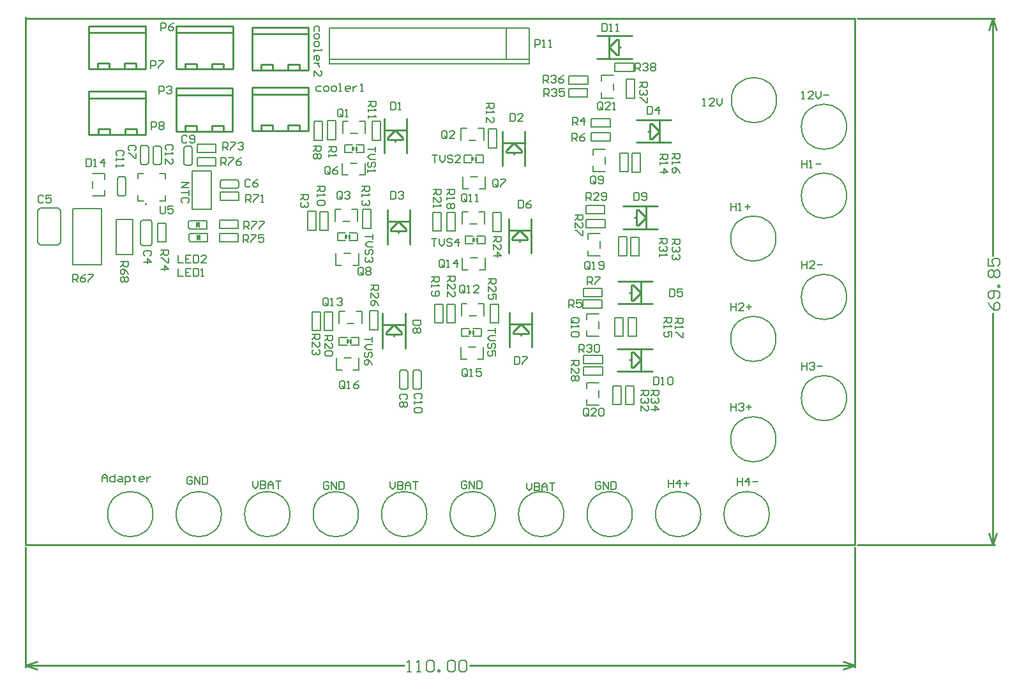
<source format=gto>
%FSLAX25Y25*%
%MOIN*%
G70*
G01*
G75*
%ADD10C,0.01000*%
%ADD11C,0.00800*%
%ADD12C,0.02000*%
%ADD13C,0.01500*%
%ADD14R,0.07874X0.09843*%
%ADD15R,0.03937X0.02362*%
%ADD16R,0.02756X0.03347*%
%ADD17R,0.03347X0.02756*%
%ADD18R,0.02362X0.03937*%
%ADD19R,0.09843X0.07874*%
%ADD20R,0.03150X0.03000*%
%ADD21R,0.01102X0.02618*%
%ADD22R,0.02618X0.01102*%
%ADD23R,0.08425X0.08425*%
%ADD24R,0.05118X0.03937*%
%ADD25R,0.07087X0.03937*%
%ADD26R,0.13780X0.04724*%
%ADD27R,0.10630X0.03937*%
%ADD28C,0.04000*%
%ADD29R,0.10400X0.19500*%
%ADD30R,0.29800X0.09500*%
%ADD31R,0.09700X0.12600*%
%ADD32R,0.21700X0.08200*%
%ADD33R,0.14400X0.15700*%
%ADD34R,0.31850X0.07800*%
%ADD35R,0.22100X0.07800*%
%ADD36R,0.09250X0.32500*%
%ADD37R,0.35100X0.09500*%
%ADD38R,0.13950X0.24700*%
%ADD39R,0.15400X0.30700*%
%ADD40R,0.11100X0.37200*%
%ADD41R,0.43600X0.19500*%
%ADD42R,0.55200X0.21700*%
%ADD43R,0.28700X0.30200*%
%ADD44R,0.23100X0.37800*%
%ADD45R,0.46700X0.47800*%
%ADD46R,0.48000X1.67000*%
%ADD47R,0.40000X0.63500*%
%ADD48R,2.47000X0.34000*%
%ADD49R,0.27000X0.39600*%
%ADD50R,0.32000X0.43000*%
%ADD51R,0.28000X0.46000*%
%ADD52C,0.00600*%
%ADD53C,0.05906*%
%ADD54R,0.05906X0.05906*%
%ADD55R,0.04724X0.06299*%
%ADD56O,0.04724X0.06299*%
%ADD57C,0.23622*%
%ADD58R,0.05906X0.05906*%
%ADD59C,0.19685*%
%ADD60C,0.03000*%
%ADD61C,0.02000*%
%ADD62C,0.05500*%
%ADD63R,0.03000X0.04000*%
%ADD64R,0.04000X0.03000*%
%ADD65R,0.04331X0.04724*%
%ADD66R,0.12992X0.09843*%
%ADD67R,0.03543X0.02126*%
%ADD68R,0.01969X0.06299*%
%ADD69R,0.14410X0.07874*%
%ADD70R,0.14410X0.09843*%
%ADD71R,0.05118X0.13780*%
%ADD72R,0.04724X0.13780*%
%ADD73R,0.13386X0.19291*%
%ADD74R,0.05512X0.05512*%
%ADD75R,0.09843X0.14410*%
%ADD76R,0.07874X0.14410*%
%ADD77R,0.06299X0.01969*%
%ADD78R,0.02126X0.03543*%
%ADD79R,0.14016X0.07008*%
%ADD80R,0.23900X0.07400*%
%ADD81R,0.06600X0.29900*%
%ADD82R,0.31161X0.10375*%
%ADD83R,0.10100X0.35200*%
%ADD84R,0.32275X0.09409*%
%ADD85R,0.13400X0.33200*%
%ADD86R,0.09200X0.34200*%
%ADD87R,0.31475X0.09309*%
%ADD88R,0.36300X0.11700*%
%ADD89R,0.07800X0.28400*%
%ADD90R,0.34500X0.09900*%
%ADD91R,0.06800X0.25700*%
%ADD92R,0.33050X0.09400*%
%ADD93R,0.08800X0.24200*%
%ADD94R,0.35000X0.11700*%
%ADD95R,0.13000X0.24000*%
%ADD96R,0.32000X2.10000*%
%ADD97R,0.15000X0.04000*%
%ADD98R,0.15000X0.03000*%
%ADD99R,0.65000X0.49000*%
%ADD100R,0.10000X0.48000*%
%ADD101R,0.85000X0.08000*%
%ADD102R,0.38000X0.18000*%
%ADD103R,0.16000X0.49000*%
%ADD104R,0.32000X0.47000*%
%ADD105R,0.03000X0.08000*%
%ADD106C,0.00500*%
%ADD107C,0.00591*%
%ADD108C,0.00787*%
D10*
X33136Y267500D02*
X62664D01*
X33136Y248551D02*
X62664D01*
Y270992D01*
X33136D02*
X62467D01*
X33136Y248551D02*
Y270992D01*
X37900Y248925D02*
Y251425D01*
X43900D01*
X43900Y248925D01*
X51900D02*
Y251425D01*
X57900D01*
X57900Y248925D01*
X33236Y233300D02*
X62764D01*
X33236Y214351D02*
X62764D01*
Y236792D01*
X33236D02*
X62567D01*
X33236Y214351D02*
Y236792D01*
X38000Y214725D02*
Y217225D01*
X44000D01*
X44000Y214725D01*
X52000D02*
Y217225D01*
X58000D01*
X58000Y214725D01*
X78736Y267400D02*
X108264D01*
X78736Y248451D02*
X108264D01*
Y270892D01*
X78736D02*
X108067D01*
X78736Y248451D02*
Y270892D01*
X83500Y248825D02*
Y251325D01*
X89500D01*
X89500Y248825D01*
X97500D02*
Y251325D01*
X103500D01*
X103500Y248825D01*
X78636Y234900D02*
X108164D01*
X78636Y215951D02*
X108164D01*
Y238392D01*
X78636D02*
X107967D01*
X78636Y215951D02*
Y238392D01*
X83400Y216325D02*
Y218825D01*
X89400D01*
X89400Y216325D01*
X97400D02*
Y218825D01*
X103400D01*
X103400Y216325D01*
X118336Y266800D02*
X147864D01*
X118336Y247851D02*
X147864D01*
Y270292D01*
X118336D02*
X147667D01*
X118336Y247851D02*
Y270292D01*
X123100Y248225D02*
Y250725D01*
X129100D01*
X129100Y248225D01*
X137100D02*
Y250725D01*
X143100D01*
X143100Y248225D01*
X143100Y219125D02*
X143100Y216625D01*
X137100Y219125D02*
X143100D01*
X137100Y216625D02*
Y219125D01*
X129100D02*
X129100Y216625D01*
X123100Y219125D02*
X129100D01*
X123100Y216625D02*
Y219125D01*
X118336Y216251D02*
Y238692D01*
X147667D01*
X147864Y216251D02*
Y238692D01*
X118336Y216251D02*
X147864D01*
X118336Y235200D02*
X147864D01*
X309600Y259900D02*
X310600D01*
X309600Y255900D02*
Y263900D01*
X308600D02*
X309600D01*
X304600Y259900D02*
X308600Y263900D01*
X304600Y259900D02*
X308600Y255900D01*
X309600D01*
X298545Y265806D02*
X316655D01*
X298545Y253994D02*
X316655D01*
X304600Y254100D02*
Y265900D01*
X325200Y216000D02*
X326200D01*
X326200Y212000D02*
Y220000D01*
Y212000D02*
X327200D01*
X331200Y216000D01*
X327200Y220000D02*
X331200Y216000D01*
X326200Y220000D02*
X327200D01*
X319145Y210094D02*
X337255D01*
X319145Y221905D02*
X337255D01*
X331200Y210000D02*
Y221800D01*
X318200Y170900D02*
X319200D01*
X319200Y166900D02*
Y174900D01*
Y166900D02*
X320200D01*
X324200Y170900D01*
X320200Y174900D02*
X324200Y170900D01*
X319200Y174900D02*
X320200D01*
X312145Y164995D02*
X330255D01*
X312145Y176805D02*
X330255D01*
X324200Y164900D02*
Y176700D01*
X315400Y131600D02*
X316400D01*
X316400Y127600D02*
Y135600D01*
Y127600D02*
X317400D01*
X321400Y131600D01*
X317400Y135600D02*
X321400Y131600D01*
X316400Y135600D02*
X317400D01*
X309345Y125695D02*
X327455D01*
X309345Y137505D02*
X327455D01*
X321400Y125600D02*
Y137400D01*
X315300Y96400D02*
X316300D01*
X316300Y92400D02*
Y100400D01*
Y92400D02*
X317300D01*
X321300Y96400D01*
X317300Y100400D02*
X321300Y96400D01*
X316300Y100400D02*
X317300D01*
X309245Y90495D02*
X327355D01*
X309245Y102305D02*
X327355D01*
X321300Y90400D02*
Y102200D01*
X255000Y203900D02*
Y204900D01*
X251000Y204900D02*
X259000D01*
Y205900D01*
X255000Y209900D02*
X259000Y205900D01*
X251000D02*
X255000Y209900D01*
X251000Y204900D02*
Y205900D01*
X260906Y197845D02*
Y215955D01*
X249095Y197845D02*
Y215955D01*
X249200Y209900D02*
X261000D01*
X235000Y200500D02*
Y202500D01*
X258200Y158100D02*
Y159100D01*
X254200Y159100D02*
X262200D01*
Y160100D01*
X258200Y164100D02*
X262200Y160100D01*
X254200D02*
X258200Y164100D01*
X254200Y159100D02*
Y160100D01*
X264106Y152045D02*
Y170155D01*
X252294Y152045D02*
Y170155D01*
X252400Y164100D02*
X264200D01*
X235800Y158200D02*
Y160200D01*
X258600Y109100D02*
Y110100D01*
X254600Y110100D02*
X262600D01*
Y111100D01*
X258600Y115100D02*
X262600Y111100D01*
X254600D02*
X258600Y115100D01*
X254600Y110100D02*
Y111100D01*
X264506Y103045D02*
Y121155D01*
X252695Y103045D02*
Y121155D01*
X252800Y115100D02*
X264600D01*
X233800Y109900D02*
Y111900D01*
X192500Y108700D02*
Y109700D01*
X188500Y109700D02*
X196500D01*
Y110700D01*
X192500Y114700D02*
X196500Y110700D01*
X188500D02*
X192500Y114700D01*
X188500Y109700D02*
Y110700D01*
X198406Y102645D02*
Y120755D01*
X186594Y102645D02*
Y120755D01*
X186700Y114700D02*
X198500D01*
X169900Y105100D02*
Y107100D01*
X194900Y162800D02*
Y163800D01*
X190900Y163800D02*
X198900D01*
Y164800D01*
X194900Y168800D02*
X198900Y164800D01*
X190900D02*
X194900Y168800D01*
X190900Y163800D02*
Y164800D01*
X200805Y156745D02*
Y174855D01*
X188995Y156745D02*
Y174855D01*
X189100Y168800D02*
X200900D01*
X169100Y160000D02*
Y162000D01*
X187400Y216600D02*
X199200D01*
X187294Y204545D02*
Y222655D01*
X199106Y204545D02*
Y222655D01*
X189200Y211600D02*
Y212600D01*
X193200Y216600D01*
X197200Y212600D01*
Y211600D02*
Y212600D01*
X189200Y211600D02*
X197200D01*
X193200Y210600D02*
Y211600D01*
X172700Y206000D02*
Y208000D01*
X433071Y-64000D02*
Y-1500D01*
X0Y-64000D02*
Y-1500D01*
X232030Y-63000D02*
X433071D01*
X0D02*
X197840D01*
X427071Y-61000D02*
X433071Y-63000D01*
X427071Y-65000D02*
X433071Y-63000D01*
X0D02*
X6000Y-65000D01*
X0Y-63000D02*
X6000Y-61000D01*
X434571Y0D02*
X506000D01*
X434571Y275000D02*
X506000D01*
X505000Y0D02*
Y120804D01*
Y150996D02*
Y275000D01*
Y0D02*
X507000Y6000D01*
X503000D02*
X505000Y0D01*
X503000Y269000D02*
X505000Y275000D01*
X507000Y269000D01*
X433071Y0D02*
Y275000D01*
X0Y0D02*
X433071D01*
X0Y275000D02*
X433071D01*
X0Y0D02*
Y275590D01*
D52*
X58710Y191054D02*
Y193990D01*
X61646D01*
X73090Y191054D02*
Y193990D01*
X70154D02*
X73090D01*
X58710Y179610D02*
Y182546D01*
Y179610D02*
X61646D01*
X73090D02*
Y182546D01*
X70154Y179610D02*
X73090D01*
X199441Y-66599D02*
X201440D01*
X200440D01*
Y-60601D01*
X199441Y-61601D01*
X204439Y-66599D02*
X206438D01*
X205438D01*
Y-60601D01*
X204439Y-61601D01*
X209437D02*
X210437Y-60601D01*
X212436D01*
X213436Y-61601D01*
Y-65599D01*
X212436Y-66599D01*
X210437D01*
X209437Y-65599D01*
Y-61601D01*
X215435Y-66599D02*
Y-65599D01*
X216435D01*
Y-66599D01*
X215435D01*
X220434Y-61601D02*
X221433Y-60601D01*
X223433D01*
X224432Y-61601D01*
Y-65599D01*
X223433Y-66599D01*
X221433D01*
X220434Y-65599D01*
Y-61601D01*
X226432D02*
X227431Y-60601D01*
X229431D01*
X230430Y-61601D01*
Y-65599D01*
X229431Y-66599D01*
X227431D01*
X226432Y-65599D01*
Y-61601D01*
X502601Y126403D02*
X503601Y124404D01*
X505600Y122404D01*
X507599D01*
X508599Y123404D01*
Y125403D01*
X507599Y126403D01*
X506600D01*
X505600Y125403D01*
Y122404D01*
X507599Y128402D02*
X508599Y129402D01*
Y131401D01*
X507599Y132401D01*
X503601D01*
X502601Y131401D01*
Y129402D01*
X503601Y128402D01*
X504600D01*
X505600Y129402D01*
Y132401D01*
X508599Y134400D02*
X507599D01*
Y135400D01*
X508599D01*
Y134400D01*
X503601Y139399D02*
X502601Y140399D01*
Y142398D01*
X503601Y143398D01*
X504600D01*
X505600Y142398D01*
X506600Y143398D01*
X507599D01*
X508599Y142398D01*
Y140399D01*
X507599Y139399D01*
X506600D01*
X505600Y140399D01*
X504600Y139399D01*
X503601D01*
X505600Y140399D02*
Y142398D01*
X502601Y149396D02*
Y145397D01*
X505600D01*
X504600Y147396D01*
Y148396D01*
X505600Y149396D01*
X507599D01*
X508599Y148396D01*
Y146397D01*
X507599Y145397D01*
D106*
X66611Y15900D02*
G03*
X66611Y15900I-11811J0D01*
G01*
X102367D02*
G03*
X102367Y15900I-11811J0D01*
G01*
X138122D02*
G03*
X138122Y15900I-11811J0D01*
G01*
X173878D02*
G03*
X173878Y15900I-11811J0D01*
G01*
X209633D02*
G03*
X209633Y15900I-11811J0D01*
G01*
X245389D02*
G03*
X245389Y15900I-11811J0D01*
G01*
X281144D02*
G03*
X281144Y15900I-11811J0D01*
G01*
X316900D02*
G03*
X316900Y15900I-11811J0D01*
G01*
X352655D02*
G03*
X352655Y15900I-11811J0D01*
G01*
X388411D02*
G03*
X388411Y15900I-11811J0D01*
G01*
X392211Y232200D02*
G03*
X392211Y232200I-11811J0D01*
G01*
X391911Y55000D02*
G03*
X391911Y55000I-11811J0D01*
G01*
Y159867D02*
G03*
X391911Y159867I-11811J0D01*
G01*
X428811Y76500D02*
G03*
X428811Y76500I-11811J0D01*
G01*
Y182300D02*
G03*
X428811Y182300I-11811J0D01*
G01*
X391911Y107433D02*
G03*
X391911Y107433I-11811J0D01*
G01*
X428811Y129400D02*
G03*
X428811Y129400I-11811J0D01*
G01*
Y218300D02*
G03*
X428811Y218300I-11811J0D01*
G01*
X158700Y251116D02*
Y270014D01*
X250963Y253676D02*
Y270014D01*
X158700Y253676D02*
X262971D01*
X158700Y251116D02*
X262971D01*
Y270014D01*
X158700D02*
X262971D01*
X300832Y233231D02*
X307132D01*
X300832Y245042D02*
X307132D01*
Y237365D02*
Y240909D01*
X300832Y233231D02*
Y236184D01*
Y242090D02*
Y245042D01*
X307826Y247335D02*
X317669D01*
X307826Y251665D02*
X317669D01*
Y247335D02*
Y251665D01*
X307826Y247335D02*
Y251665D01*
X313835Y233231D02*
Y243074D01*
X318165Y233231D02*
Y243074D01*
X313835Y233231D02*
X318165D01*
X313835Y243074D02*
X318165D01*
X283926Y240435D02*
X293769D01*
X283926Y244765D02*
X293769D01*
Y240435D02*
Y244765D01*
X283926Y240435D02*
Y244765D01*
X283726Y233735D02*
X293568D01*
X283726Y238065D02*
X293568D01*
Y233735D02*
Y238065D01*
X283726Y233735D02*
Y238065D01*
X310535Y194832D02*
Y204674D01*
X314865Y194832D02*
Y204674D01*
X310535Y194832D02*
X314865D01*
X310535Y204674D02*
X314865D01*
X320965Y194626D02*
Y204468D01*
X316635Y194626D02*
Y204468D01*
X320965D01*
X316635Y194626D02*
X320965D01*
X295431Y222365D02*
X305274D01*
X295431Y218035D02*
X305274D01*
X295431D02*
Y222365D01*
X305274Y218035D02*
Y222365D01*
X295532Y215065D02*
X305374D01*
X295532Y210735D02*
X305374D01*
X295532D02*
Y215065D01*
X305374Y210735D02*
Y215065D01*
X296532Y194832D02*
X302832D01*
X296532Y206643D02*
X302832D01*
Y198965D02*
Y202509D01*
X296532Y194832D02*
Y197784D01*
Y203690D02*
Y206643D01*
X320565Y150726D02*
Y160568D01*
X316235Y150726D02*
Y160568D01*
X320565D01*
X316235Y150726D02*
X320565D01*
X309835Y150932D02*
Y160774D01*
X314165Y150932D02*
Y160774D01*
X309835Y150932D02*
X314165D01*
X309835Y160774D02*
X314165D01*
X292731Y177165D02*
X302574D01*
X292731Y172835D02*
X302574D01*
X292731D02*
Y177165D01*
X302574Y172835D02*
Y177165D01*
X292831Y169965D02*
X302674D01*
X292831Y165635D02*
X302674D01*
X292831D02*
Y169965D01*
X302674Y165635D02*
Y169965D01*
X293632Y150732D02*
X299932D01*
X293632Y162542D02*
X299932D01*
Y154865D02*
Y158409D01*
X293632Y150732D02*
Y153684D01*
Y159590D02*
Y162542D01*
X291332Y133765D02*
X301174D01*
X291332Y129435D02*
X301174D01*
X291332D02*
Y133765D01*
X301174Y129435D02*
Y133765D01*
X291231Y127765D02*
X301074D01*
X291231Y123435D02*
X301074D01*
X291231D02*
Y127765D01*
X301074Y123435D02*
Y127765D01*
X318965Y108726D02*
Y118569D01*
X314635Y108726D02*
Y118569D01*
X318965D01*
X314635Y108726D02*
X318965D01*
X307835Y108731D02*
Y118574D01*
X312165Y108731D02*
Y118574D01*
X307835Y108731D02*
X312165D01*
X307835Y118574D02*
X312165D01*
X293232Y108832D02*
X299532D01*
X293232Y120642D02*
X299532D01*
Y112965D02*
Y116509D01*
X293232Y108832D02*
Y111784D01*
Y117690D02*
Y120642D01*
X291431Y98965D02*
X301274D01*
X291431Y94635D02*
X301274D01*
X291431D02*
Y98965D01*
X301274Y94635D02*
Y98965D01*
X291431Y92865D02*
X301274D01*
X291431Y88535D02*
X301274D01*
X291431D02*
Y92865D01*
X301274Y88535D02*
Y92865D01*
X317665Y73126D02*
Y82968D01*
X313335Y73126D02*
Y82968D01*
X317665D01*
X313335Y73126D02*
X317665D01*
X306735Y73132D02*
Y82974D01*
X311065Y73132D02*
Y82974D01*
X306735Y73132D02*
X311065D01*
X306735Y82974D02*
X311065D01*
X293032Y72831D02*
X299331D01*
X293032Y84642D02*
X299331D01*
Y76965D02*
Y80509D01*
X293032Y72831D02*
Y75784D01*
Y81690D02*
Y84642D01*
X227532Y211169D02*
Y217468D01*
X239342Y211169D02*
Y217468D01*
X231665Y211169D02*
X235209D01*
X227532Y217468D02*
X230484D01*
X236390D02*
X239342D01*
X241835Y207231D02*
Y217074D01*
X246165Y207231D02*
Y217074D01*
X241835Y207231D02*
X246165D01*
X241835Y217074D02*
X246165D01*
X240168Y185832D02*
Y192131D01*
X228358Y185832D02*
Y192131D01*
X232491D02*
X236035D01*
X237216Y185832D02*
X240168D01*
X228358D02*
X231310D01*
X243935Y163631D02*
Y173474D01*
X248265Y163631D02*
Y173474D01*
X243935Y163631D02*
X248265D01*
X243935Y173474D02*
X248265D01*
X228031Y167668D02*
Y173968D01*
X239843Y167668D02*
Y173968D01*
X232165Y167668D02*
X235709D01*
X228031Y173968D02*
X230984D01*
X236890D02*
X239843D01*
X220035Y163831D02*
Y173674D01*
X224365Y163831D02*
Y173674D01*
X220035Y163831D02*
X224365D01*
X220035Y173674D02*
X224365D01*
X217065Y163726D02*
Y173568D01*
X212735Y163726D02*
Y173568D01*
X217065D01*
X212735Y163726D02*
X217065D01*
X240069Y143632D02*
Y149932D01*
X228257Y143632D02*
Y149932D01*
X232391D02*
X235935D01*
X237116Y143632D02*
X240069D01*
X228257D02*
X231210D01*
X242835Y115732D02*
Y125574D01*
X247165Y115732D02*
Y125574D01*
X242835Y115732D02*
X247165D01*
X242835Y125574D02*
X247165D01*
X239169Y96932D02*
Y103232D01*
X227358Y96932D02*
Y103232D01*
X231491D02*
X235035D01*
X236216Y96932D02*
X239169D01*
X227358D02*
X230310D01*
X227631Y119668D02*
Y125968D01*
X239442Y119668D02*
Y125968D01*
X231765Y119668D02*
X235309D01*
X227631Y125968D02*
X230584D01*
X236490D02*
X239442D01*
X224565Y115826D02*
Y125669D01*
X220235Y115826D02*
Y125669D01*
X224565D01*
X220235Y115826D02*
X224565D01*
X213635Y115831D02*
Y125674D01*
X217965Y115831D02*
Y125674D01*
X213635Y115831D02*
X217965D01*
X213635Y125674D02*
X217965D01*
X202335Y82013D02*
Y90281D01*
X203122Y81226D02*
X205878D01*
X203122Y91069D02*
X205878D01*
X206665Y82013D02*
Y90281D01*
X205878Y91069D02*
X206665Y90281D01*
X202335D02*
X203122Y91069D01*
X202335Y82013D02*
X203122Y81226D01*
X205878D02*
X206665Y82013D01*
X195335D02*
Y90281D01*
X196122Y81226D02*
X198878D01*
X196122Y91069D02*
X198878D01*
X199665Y82013D02*
Y90281D01*
X198878Y91069D02*
X199665Y90281D01*
X195335D02*
X196122Y91069D01*
X195335Y82013D02*
X196122Y81226D01*
X198878D02*
X199665Y82013D01*
X179835Y112232D02*
Y122074D01*
X184165Y112232D02*
Y122074D01*
X179835Y112232D02*
X184165D01*
X179835Y122074D02*
X184165D01*
X163831Y115469D02*
Y121768D01*
X175643Y115469D02*
Y121768D01*
X167965Y115469D02*
X171509D01*
X163831Y121768D02*
X166784D01*
X172690D02*
X175643D01*
X174169Y91232D02*
Y97531D01*
X162357Y91232D02*
Y97531D01*
X166491D02*
X170035D01*
X171216Y91232D02*
X174169D01*
X162357D02*
X165310D01*
X156235Y111732D02*
Y121574D01*
X160565Y111732D02*
Y121574D01*
X156235Y111732D02*
X160565D01*
X156235Y121574D02*
X160565D01*
X154165Y111826D02*
Y121669D01*
X149835Y111826D02*
Y121669D01*
X154165D01*
X149835Y111826D02*
X154165D01*
X176035Y165331D02*
Y175174D01*
X180365Y165331D02*
Y175174D01*
X176035Y165331D02*
X180365D01*
X176035Y175174D02*
X180365D01*
X161732Y168968D02*
Y175268D01*
X173542Y168968D02*
Y175268D01*
X165865Y168968D02*
X169409D01*
X161732Y175268D02*
X164684D01*
X170590D02*
X173542D01*
X158000Y164157D02*
Y174000D01*
X153669Y164157D02*
Y174000D01*
X158000D01*
X153669Y164157D02*
X158000D01*
X147269Y164263D02*
Y174106D01*
X151600Y164263D02*
Y174106D01*
X147269Y164263D02*
X151600D01*
X147269Y174106D02*
X151600D01*
X173969Y145832D02*
Y152131D01*
X162157Y145832D02*
Y152131D01*
X166291D02*
X169835D01*
X171016Y145832D02*
X173969D01*
X162157D02*
X165110D01*
X181035Y211231D02*
Y221074D01*
X185365Y211231D02*
Y221074D01*
X181035Y211231D02*
X185365D01*
X181035Y221074D02*
X185365D01*
X177368Y193032D02*
Y199331D01*
X165558Y193032D02*
Y199331D01*
X169691D02*
X173235D01*
X174416Y193032D02*
X177368D01*
X165558D02*
X168510D01*
X174490Y221168D02*
X177443D01*
X165631D02*
X168584D01*
X169765Y214868D02*
X173309D01*
X177443D02*
Y221168D01*
X165631Y214868D02*
Y221168D01*
X157835Y221474D02*
X162165D01*
X157835Y211631D02*
X162165D01*
Y221474D01*
X157835Y211631D02*
Y221474D01*
X155165Y211326D02*
Y221168D01*
X150835Y211326D02*
Y221168D01*
X155165D01*
X150835Y211326D02*
X155165D01*
X64365Y199419D02*
Y207687D01*
X60822Y208474D02*
X63578D01*
X60822Y198632D02*
X63578D01*
X60035Y199419D02*
Y207687D01*
Y199419D02*
X60822Y198632D01*
X63578D02*
X64365Y199419D01*
X63578Y208474D02*
X64365Y207687D01*
X60035D02*
X60822Y208474D01*
X66635Y199213D02*
Y207481D01*
X67422Y198426D02*
X70178D01*
X67422Y208268D02*
X70178D01*
X70965Y199213D02*
Y207481D01*
X70178Y208268D02*
X70965Y207481D01*
X66635D02*
X67422Y208268D01*
X66635Y199213D02*
X67422Y198426D01*
X70178D02*
X70965Y199213D01*
X87165Y199019D02*
Y207287D01*
X83622Y208074D02*
X86378D01*
X83622Y198231D02*
X86378D01*
X82835Y199019D02*
Y207287D01*
Y199019D02*
X83622Y198231D01*
X86378D02*
X87165Y199019D01*
X86378Y208074D02*
X87165Y207287D01*
X82835D02*
X83622Y208074D01*
X89732Y202331D02*
X99574D01*
X89732Y198000D02*
X99574D01*
X89732D02*
Y202331D01*
X99574Y198000D02*
Y202331D01*
X89726Y204935D02*
X99568D01*
X89726Y209265D02*
X99568D01*
Y204935D02*
Y209265D01*
X89726Y204935D02*
Y209265D01*
X110692Y190465D02*
X111479Y189678D01*
X110692Y186135D02*
X111479Y186922D01*
X101637D02*
X102424Y186135D01*
X101637Y189678D02*
X102424Y190465D01*
X110692D01*
X101637Y186922D02*
Y189678D01*
X111479Y186922D02*
Y189678D01*
X102424Y186135D02*
X110692D01*
X101732Y179835D02*
X111574D01*
X101732Y184165D02*
X111574D01*
Y179835D02*
Y184165D01*
X101732Y179835D02*
Y184165D01*
X101331Y169365D02*
X111174D01*
X101331Y165035D02*
X111174D01*
X101331D02*
Y169365D01*
X111174Y165035D02*
Y169365D01*
X101276Y162687D02*
X111119D01*
X101276Y158357D02*
X111119D01*
X101276D02*
Y162687D01*
X111119Y158357D02*
Y162687D01*
X85271Y159144D02*
X86058Y158357D01*
X89700Y160522D02*
X91078D01*
X89700D02*
X91078Y161900D01*
X89700Y160522D02*
X91078Y159144D01*
Y161900D01*
X89700Y159144D02*
Y161900D01*
X85271Y161900D02*
X86058Y162687D01*
X86058Y158357D02*
X95113D01*
X85271Y159144D02*
Y161900D01*
X86058Y162687D02*
X95113D01*
Y158357D02*
Y162687D01*
X94913Y164957D02*
Y169287D01*
X85858D02*
X94913D01*
X85071Y165744D02*
Y168500D01*
X85858Y164957D02*
X94913D01*
X85071Y168500D02*
X85858Y169287D01*
X89500Y165744D02*
Y168500D01*
X90878Y165744D02*
Y168500D01*
X89500Y167122D02*
X90878Y165744D01*
X89500Y167122D02*
X90878Y168500D01*
X89500Y167122D02*
X90878D01*
X85071Y165744D02*
X85858Y164957D01*
X48135Y183013D02*
Y191281D01*
X48922Y182226D02*
X51678D01*
X48922Y192069D02*
X51678D01*
X52465Y183013D02*
Y191281D01*
X51678Y192069D02*
X52465Y191281D01*
X48135D02*
X48922Y192069D01*
X48135Y183013D02*
X48922Y182226D01*
X51678D02*
X52465Y183013D01*
X41302Y182158D02*
Y185110D01*
Y191016D02*
Y193968D01*
X35003Y186291D02*
Y189835D01*
Y182158D02*
X41302D01*
X35003Y193968D02*
X41302D01*
X73565Y158126D02*
Y167968D01*
X69235Y158126D02*
Y167968D01*
X73565D01*
X69235Y158126D02*
X73565D01*
X59950Y157154D02*
Y168572D01*
X60935Y156170D02*
X65265D01*
X66250Y157154D02*
Y168572D01*
X60935Y169556D02*
X65265D01*
X66250Y168572D01*
X59950Y168572D02*
X60935Y169556D01*
X65265Y156170D02*
X66250Y157154D01*
X59950D02*
X59950D01*
X60935Y156170D01*
X47569Y151544D02*
X56231D01*
X47569Y169851D02*
X56231D01*
Y151544D02*
Y169851D01*
X47569Y151544D02*
Y169851D01*
X24820Y146147D02*
X39780D01*
Y175675D01*
X24820D02*
X39780D01*
X24820Y146147D02*
Y175675D01*
X7676Y156655D02*
X17124D01*
X7676Y175750D02*
X17124D01*
X6494Y157836D02*
X7676Y156655D01*
X17124D02*
X18305Y157836D01*
X17124Y175750D02*
X18305Y174568D01*
X6494D02*
X7676Y175750D01*
X18305Y157836D02*
Y174568D01*
X6494Y157836D02*
Y174568D01*
X154566Y239666D02*
X152567D01*
X151900Y238999D01*
Y237666D01*
X152567Y237000D01*
X154566D01*
X156565D02*
X157898D01*
X158564Y237666D01*
Y238999D01*
X157898Y239666D01*
X156565D01*
X155899Y238999D01*
Y237666D01*
X156565Y237000D01*
X160564D02*
X161897D01*
X162563Y237666D01*
Y238999D01*
X161897Y239666D01*
X160564D01*
X159897Y238999D01*
Y237666D01*
X160564Y237000D01*
X163896D02*
X165229D01*
X164563D01*
Y240999D01*
X163896D01*
X169228Y237000D02*
X167895D01*
X167228Y237666D01*
Y238999D01*
X167895Y239666D01*
X169228D01*
X169894Y238999D01*
Y238333D01*
X167228D01*
X171227Y239666D02*
Y237000D01*
Y238333D01*
X171894Y238999D01*
X172560Y239666D01*
X173226D01*
X175226Y237000D02*
X176559D01*
X175892D01*
Y240999D01*
X175226Y240332D01*
X153266Y268034D02*
Y270034D01*
X152599Y270700D01*
X151267D01*
X150600Y270034D01*
Y268034D01*
Y266035D02*
Y264702D01*
X151267Y264036D01*
X152599D01*
X153266Y264702D01*
Y266035D01*
X152599Y266701D01*
X151267D01*
X150600Y266035D01*
Y262036D02*
Y260703D01*
X151267Y260037D01*
X152599D01*
X153266Y260703D01*
Y262036D01*
X152599Y262703D01*
X151267D01*
X150600Y262036D01*
Y258704D02*
Y257371D01*
Y258037D01*
X154599D01*
Y258704D01*
X150600Y253372D02*
Y254705D01*
X151267Y255372D01*
X152599D01*
X153266Y254705D01*
Y253372D01*
X152599Y252706D01*
X151933D01*
Y255372D01*
X153266Y251373D02*
X150600D01*
X151933D01*
X152599Y250706D01*
X153266Y250040D01*
Y249374D01*
X150600Y244708D02*
Y247374D01*
X153266Y244708D01*
X153932D01*
X154599Y245375D01*
Y246708D01*
X153932Y247374D01*
X69700Y235400D02*
Y239399D01*
X71699D01*
X72366Y238732D01*
Y237399D01*
X71699Y236733D01*
X69700D01*
X73699Y238732D02*
X74365Y239399D01*
X75698D01*
X76364Y238732D01*
Y238066D01*
X75698Y237399D01*
X75032D01*
X75698D01*
X76364Y236733D01*
Y236066D01*
X75698Y235400D01*
X74365D01*
X73699Y236066D01*
X70600Y268600D02*
Y272599D01*
X72599D01*
X73266Y271932D01*
Y270599D01*
X72599Y269933D01*
X70600D01*
X77264Y272599D02*
X75932Y271932D01*
X74599Y270599D01*
Y269266D01*
X75265Y268600D01*
X76598D01*
X77264Y269266D01*
Y269933D01*
X76598Y270599D01*
X74599D01*
X65400Y248700D02*
Y252699D01*
X67399D01*
X68066Y252032D01*
Y250699D01*
X67399Y250033D01*
X65400D01*
X69399Y252699D02*
X72065D01*
Y252032D01*
X69399Y249366D01*
Y248700D01*
X65600Y217000D02*
Y220999D01*
X67599D01*
X68266Y220332D01*
Y218999D01*
X67599Y218333D01*
X65600D01*
X69599Y220332D02*
X70265Y220999D01*
X71598D01*
X72264Y220332D01*
Y219666D01*
X71598Y218999D01*
X72264Y218333D01*
Y217666D01*
X71598Y217000D01*
X70265D01*
X69599Y217666D01*
Y218333D01*
X70265Y218999D01*
X69599Y219666D01*
Y220332D01*
X70265Y218999D02*
X71598D01*
X371800Y34999D02*
Y31000D01*
Y32999D01*
X374466D01*
Y34999D01*
Y31000D01*
X377798D02*
Y34999D01*
X375799Y32999D01*
X378465D01*
X379797D02*
X382463D01*
X335700Y33899D02*
Y29900D01*
Y31899D01*
X338366D01*
Y33899D01*
Y29900D01*
X341698D02*
Y33899D01*
X339699Y31899D01*
X342365D01*
X343697D02*
X346363D01*
X345030Y33232D02*
Y30566D01*
X405300Y95199D02*
Y91200D01*
Y93199D01*
X407966D01*
Y95199D01*
Y91200D01*
X409299Y94532D02*
X409965Y95199D01*
X411298D01*
X411965Y94532D01*
Y93866D01*
X411298Y93199D01*
X410632D01*
X411298D01*
X411965Y92533D01*
Y91866D01*
X411298Y91200D01*
X409965D01*
X409299Y91866D01*
X413297Y93199D02*
X415963D01*
X368400Y73699D02*
Y69700D01*
Y71699D01*
X371066D01*
Y73699D01*
Y69700D01*
X372399Y73032D02*
X373065Y73699D01*
X374398D01*
X375064Y73032D01*
Y72366D01*
X374398Y71699D01*
X373732D01*
X374398D01*
X375064Y71033D01*
Y70366D01*
X374398Y69700D01*
X373065D01*
X372399Y70366D01*
X376397Y71699D02*
X379063D01*
X377730Y73032D02*
Y70366D01*
X405300Y148099D02*
Y144100D01*
Y146099D01*
X407966D01*
Y148099D01*
Y144100D01*
X411965D02*
X409299D01*
X411965Y146766D01*
Y147432D01*
X411298Y148099D01*
X409965D01*
X409299Y147432D01*
X413297Y146099D02*
X415963D01*
X368400Y126099D02*
Y122100D01*
Y124099D01*
X371066D01*
Y126099D01*
Y122100D01*
X375064D02*
X372399D01*
X375064Y124766D01*
Y125432D01*
X374398Y126099D01*
X373065D01*
X372399Y125432D01*
X376397Y124099D02*
X379063D01*
X377730Y125432D02*
Y122766D01*
X405300Y200999D02*
Y197000D01*
Y198999D01*
X407966D01*
Y200999D01*
Y197000D01*
X409299D02*
X410632D01*
X409965D01*
Y200999D01*
X409299Y200332D01*
X412631Y198999D02*
X415297D01*
X368400Y178599D02*
Y174600D01*
Y176599D01*
X371066D01*
Y178599D01*
Y174600D01*
X372399D02*
X373732D01*
X373065D01*
Y178599D01*
X372399Y177932D01*
X375731Y176599D02*
X378397D01*
X377064Y177932D02*
Y175267D01*
X70400Y176999D02*
Y173667D01*
X71066Y173000D01*
X72399D01*
X73066Y173667D01*
Y176999D01*
X77065D02*
X74399D01*
Y174999D01*
X75732Y175666D01*
X76398D01*
X77065Y174999D01*
Y173667D01*
X76398Y173000D01*
X75065D01*
X74399Y173667D01*
X181199Y108600D02*
Y105934D01*
Y107267D01*
X177200D01*
X181199Y104601D02*
X178533D01*
X177200Y103268D01*
X178533Y101936D01*
X181199D01*
X180532Y97937D02*
X181199Y98603D01*
Y99936D01*
X180532Y100603D01*
X179866D01*
X179199Y99936D01*
Y98603D01*
X178533Y97937D01*
X177866D01*
X177200Y98603D01*
Y99936D01*
X177866Y100603D01*
X181199Y93938D02*
X180532Y95271D01*
X179199Y96604D01*
X177866D01*
X177200Y95937D01*
Y94604D01*
X177866Y93938D01*
X178533D01*
X179199Y94604D01*
Y96604D01*
X245499Y113200D02*
Y110534D01*
Y111867D01*
X241500D01*
X245499Y109201D02*
X242833D01*
X241500Y107868D01*
X242833Y106535D01*
X245499D01*
X244832Y102537D02*
X245499Y103203D01*
Y104536D01*
X244832Y105203D01*
X244166D01*
X243499Y104536D01*
Y103203D01*
X242833Y102537D01*
X242166D01*
X241500Y103203D01*
Y104536D01*
X242166Y105203D01*
X245499Y98538D02*
Y101204D01*
X243499D01*
X244166Y99871D01*
Y99204D01*
X243499Y98538D01*
X242166D01*
X241500Y99204D01*
Y100537D01*
X242166Y101204D01*
X212200Y159899D02*
X214866D01*
X213533D01*
Y155900D01*
X216199Y159899D02*
Y157233D01*
X217532Y155900D01*
X218864Y157233D01*
Y159899D01*
X222863Y159232D02*
X222197Y159899D01*
X220864D01*
X220197Y159232D01*
Y158566D01*
X220864Y157899D01*
X222197D01*
X222863Y157233D01*
Y156567D01*
X222197Y155900D01*
X220864D01*
X220197Y156567D01*
X226196Y155900D02*
Y159899D01*
X224196Y157899D01*
X226862D01*
X181299Y162200D02*
Y159534D01*
Y160867D01*
X177300D01*
X181299Y158201D02*
X178633D01*
X177300Y156868D01*
X178633Y155535D01*
X181299D01*
X180632Y151537D02*
X181299Y152203D01*
Y153536D01*
X180632Y154203D01*
X179966D01*
X179299Y153536D01*
Y152203D01*
X178633Y151537D01*
X177966D01*
X177300Y152203D01*
Y153536D01*
X177966Y154203D01*
X180632Y150204D02*
X181299Y149537D01*
Y148205D01*
X180632Y147538D01*
X179966D01*
X179299Y148205D01*
Y148871D01*
Y148205D01*
X178633Y147538D01*
X177966D01*
X177300Y148205D01*
Y149537D01*
X177966Y150204D01*
X212300Y203599D02*
X214966D01*
X213633D01*
Y199600D01*
X216299Y203599D02*
Y200933D01*
X217632Y199600D01*
X218965Y200933D01*
Y203599D01*
X222963Y202932D02*
X222297Y203599D01*
X220964D01*
X220297Y202932D01*
Y202266D01*
X220964Y201599D01*
X222297D01*
X222963Y200933D01*
Y200267D01*
X222297Y199600D01*
X220964D01*
X220297Y200267D01*
X226962Y199600D02*
X224296D01*
X226962Y202266D01*
Y202932D01*
X226295Y203599D01*
X224963D01*
X224296Y202932D01*
X182599Y207700D02*
Y205034D01*
Y206367D01*
X178600D01*
X182599Y203701D02*
X179933D01*
X178600Y202368D01*
X179933Y201035D01*
X182599D01*
X181932Y197037D02*
X182599Y197703D01*
Y199036D01*
X181932Y199703D01*
X181266D01*
X180599Y199036D01*
Y197703D01*
X179933Y197037D01*
X179267D01*
X178600Y197703D01*
Y199036D01*
X179267Y199703D01*
X178600Y195704D02*
Y194371D01*
Y195037D01*
X182599D01*
X181932Y195704D01*
X158566Y32332D02*
X157899Y32999D01*
X156567D01*
X155900Y32332D01*
Y29666D01*
X156567Y29000D01*
X157899D01*
X158566Y29666D01*
Y30999D01*
X157233D01*
X159899Y29000D02*
Y32999D01*
X162565Y29000D01*
Y32999D01*
X163897D02*
Y29000D01*
X165897D01*
X166563Y29666D01*
Y32332D01*
X165897Y32999D01*
X163897D01*
X261900Y32299D02*
Y29633D01*
X263233Y28300D01*
X264566Y29633D01*
Y32299D01*
X265899D02*
Y28300D01*
X267898D01*
X268565Y28966D01*
Y29633D01*
X267898Y30299D01*
X265899D01*
X267898D01*
X268565Y30966D01*
Y31632D01*
X267898Y32299D01*
X265899D01*
X269897Y28300D02*
Y30966D01*
X271230Y32299D01*
X272563Y30966D01*
Y28300D01*
Y30299D01*
X269897D01*
X273896Y32299D02*
X276562D01*
X275229D01*
Y28300D01*
X300566Y32132D02*
X299899Y32799D01*
X298566D01*
X297900Y32132D01*
Y29466D01*
X298566Y28800D01*
X299899D01*
X300566Y29466D01*
Y30799D01*
X299233D01*
X301899Y28800D02*
Y32799D01*
X304564Y28800D01*
Y32799D01*
X305897D02*
Y28800D01*
X307897D01*
X308563Y29466D01*
Y32132D01*
X307897Y32799D01*
X305897D01*
X190300Y32999D02*
Y30333D01*
X191633Y29000D01*
X192966Y30333D01*
Y32999D01*
X194299D02*
Y29000D01*
X196298D01*
X196965Y29666D01*
Y30333D01*
X196298Y30999D01*
X194299D01*
X196298D01*
X196965Y31666D01*
Y32332D01*
X196298Y32999D01*
X194299D01*
X198297Y29000D02*
Y31666D01*
X199630Y32999D01*
X200963Y31666D01*
Y29000D01*
Y30999D01*
X198297D01*
X202296Y32999D02*
X204962D01*
X203629D01*
Y29000D01*
X230466Y32632D02*
X229799Y33299D01*
X228466D01*
X227800Y32632D01*
Y29966D01*
X228466Y29300D01*
X229799D01*
X230466Y29966D01*
Y31299D01*
X229133D01*
X231799Y29300D02*
Y33299D01*
X234465Y29300D01*
Y33299D01*
X235797D02*
Y29300D01*
X237797D01*
X238463Y29966D01*
Y32632D01*
X237797Y33299D01*
X235797D01*
X87066Y34832D02*
X86399Y35499D01*
X85066D01*
X84400Y34832D01*
Y32166D01*
X85066Y31500D01*
X86399D01*
X87066Y32166D01*
Y33499D01*
X85733D01*
X88399Y31500D02*
Y35499D01*
X91065Y31500D01*
Y35499D01*
X92397D02*
Y31500D01*
X94397D01*
X95063Y32166D01*
Y34832D01*
X94397Y35499D01*
X92397D01*
X40000Y33000D02*
Y35666D01*
X41333Y36999D01*
X42666Y35666D01*
Y33000D01*
Y34999D01*
X40000D01*
X46665Y36999D02*
Y33000D01*
X44665D01*
X43999Y33666D01*
Y34999D01*
X44665Y35666D01*
X46665D01*
X48664D02*
X49997D01*
X50663Y34999D01*
Y33000D01*
X48664D01*
X47997Y33666D01*
X48664Y34333D01*
X50663D01*
X51996Y31667D02*
Y35666D01*
X53996D01*
X54662Y34999D01*
Y33666D01*
X53996Y33000D01*
X51996D01*
X56661Y36332D02*
Y35666D01*
X55995D01*
X57328D01*
X56661D01*
Y33666D01*
X57328Y33000D01*
X61326D02*
X59994D01*
X59327Y33666D01*
Y34999D01*
X59994Y35666D01*
X61326D01*
X61993Y34999D01*
Y34333D01*
X59327D01*
X63326Y35666D02*
Y33000D01*
Y34333D01*
X63992Y34999D01*
X64659Y35666D01*
X65325D01*
X118700Y33099D02*
Y30433D01*
X120033Y29100D01*
X121366Y30433D01*
Y33099D01*
X122699D02*
Y29100D01*
X124698D01*
X125364Y29766D01*
Y30433D01*
X124698Y31099D01*
X122699D01*
X124698D01*
X125364Y31766D01*
Y32432D01*
X124698Y33099D01*
X122699D01*
X126697Y29100D02*
Y31766D01*
X128030Y33099D01*
X129363Y31766D01*
Y29100D01*
Y31099D01*
X126697D01*
X130696Y33099D02*
X133362D01*
X132029D01*
Y29100D01*
X405300Y233000D02*
X406633D01*
X405966D01*
Y236999D01*
X405300Y236332D01*
X411298Y233000D02*
X408632D01*
X411298Y235666D01*
Y236332D01*
X410632Y236999D01*
X409299D01*
X408632Y236332D01*
X412631Y236999D02*
Y234333D01*
X413964Y233000D01*
X415297Y234333D01*
Y236999D01*
X416630Y234999D02*
X419296D01*
X353800Y229200D02*
X355133D01*
X354466D01*
Y233199D01*
X353800Y232532D01*
X359798Y229200D02*
X357132D01*
X359798Y231866D01*
Y232532D01*
X359132Y233199D01*
X357799D01*
X357132Y232532D01*
X361131Y233199D02*
Y230533D01*
X362464Y229200D01*
X363797Y230533D01*
Y233199D01*
X114000Y164700D02*
Y168699D01*
X115999D01*
X116666Y168032D01*
Y166699D01*
X115999Y166033D01*
X114000D01*
X115333D02*
X116666Y164700D01*
X117999Y168699D02*
X120665D01*
Y168032D01*
X117999Y165366D01*
Y164700D01*
X121997Y168699D02*
X124663D01*
Y168032D01*
X121997Y165366D01*
Y164700D01*
X102200Y198200D02*
Y202199D01*
X104199D01*
X104866Y201532D01*
Y200199D01*
X104199Y199533D01*
X102200D01*
X103533D02*
X104866Y198200D01*
X106199Y202199D02*
X108864D01*
Y201532D01*
X106199Y198866D01*
Y198200D01*
X112863Y202199D02*
X111530Y201532D01*
X110197Y200199D01*
Y198866D01*
X110864Y198200D01*
X112197D01*
X112863Y198866D01*
Y199533D01*
X112197Y200199D01*
X110197D01*
X113600Y157900D02*
Y161899D01*
X115599D01*
X116266Y161232D01*
Y159899D01*
X115599Y159233D01*
X113600D01*
X114933D02*
X116266Y157900D01*
X117599Y161899D02*
X120264D01*
Y161232D01*
X117599Y158566D01*
Y157900D01*
X124263Y161899D02*
X121597D01*
Y159899D01*
X122930Y160566D01*
X123597D01*
X124263Y159899D01*
Y158566D01*
X123597Y157900D01*
X122264D01*
X121597Y158566D01*
X70700Y153900D02*
X74699D01*
Y151901D01*
X74032Y151234D01*
X72699D01*
X72033Y151901D01*
Y153900D01*
Y152567D02*
X70700Y151234D01*
X74699Y149901D02*
Y147236D01*
X74032D01*
X71366Y149901D01*
X70700D01*
Y143903D02*
X74699D01*
X72699Y145903D01*
Y143237D01*
X103100Y206300D02*
Y210299D01*
X105099D01*
X105766Y209632D01*
Y208299D01*
X105099Y207633D01*
X103100D01*
X104433D02*
X105766Y206300D01*
X107099Y210299D02*
X109765D01*
Y209632D01*
X107099Y206966D01*
Y206300D01*
X111097Y209632D02*
X111764Y210299D01*
X113097D01*
X113763Y209632D01*
Y208966D01*
X113097Y208299D01*
X112430D01*
X113097D01*
X113763Y207633D01*
Y206966D01*
X113097Y206300D01*
X111764D01*
X111097Y206966D01*
X115000Y178800D02*
Y182799D01*
X116999D01*
X117666Y182132D01*
Y180799D01*
X116999Y180133D01*
X115000D01*
X116333D02*
X117666Y178800D01*
X118999Y182799D02*
X121665D01*
Y182132D01*
X118999Y179466D01*
Y178800D01*
X122997D02*
X124330D01*
X123664D01*
Y182799D01*
X122997Y182132D01*
X49700Y147700D02*
X53699D01*
Y145701D01*
X53032Y145034D01*
X51699D01*
X51033Y145701D01*
Y147700D01*
Y146367D02*
X49700Y145034D01*
X53699Y141035D02*
X53032Y142368D01*
X51699Y143701D01*
X50366D01*
X49700Y143035D01*
Y141702D01*
X50366Y141035D01*
X51033D01*
X51699Y141702D01*
Y143701D01*
X53032Y139703D02*
X53699Y139036D01*
Y137703D01*
X53032Y137037D01*
X52366D01*
X51699Y137703D01*
X51033Y137037D01*
X50366D01*
X49700Y137703D01*
Y139036D01*
X50366Y139703D01*
X51033D01*
X51699Y139036D01*
X52366Y139703D01*
X53032D01*
X51699Y139036D02*
Y137703D01*
X24900Y137100D02*
Y141099D01*
X26899D01*
X27566Y140432D01*
Y139099D01*
X26899Y138433D01*
X24900D01*
X26233D02*
X27566Y137100D01*
X31565Y141099D02*
X30232Y140432D01*
X28899Y139099D01*
Y137767D01*
X29565Y137100D01*
X30898D01*
X31565Y137767D01*
Y138433D01*
X30898Y139099D01*
X28899D01*
X32897Y141099D02*
X35563D01*
Y140432D01*
X32897Y137767D01*
Y137100D01*
X318578Y247461D02*
Y251460D01*
X320577D01*
X321244Y250793D01*
Y249460D01*
X320577Y248794D01*
X318578D01*
X319911D02*
X321244Y247461D01*
X322577Y250793D02*
X323243Y251460D01*
X324576D01*
X325242Y250793D01*
Y250127D01*
X324576Y249460D01*
X323910D01*
X324576D01*
X325242Y248794D01*
Y248127D01*
X324576Y247461D01*
X323243D01*
X322577Y248127D01*
X326575Y250793D02*
X327242Y251460D01*
X328575D01*
X329241Y250793D01*
Y250127D01*
X328575Y249460D01*
X329241Y248794D01*
Y248127D01*
X328575Y247461D01*
X327242D01*
X326575Y248127D01*
Y248794D01*
X327242Y249460D01*
X326575Y250127D01*
Y250793D01*
X327242Y249460D02*
X328575D01*
X320600Y241500D02*
X324599D01*
Y239501D01*
X323932Y238834D01*
X322599D01*
X321933Y239501D01*
Y241500D01*
Y240167D02*
X320600Y238834D01*
X323932Y237501D02*
X324599Y236835D01*
Y235502D01*
X323932Y234836D01*
X323266D01*
X322599Y235502D01*
Y236168D01*
Y235502D01*
X321933Y234836D01*
X321266D01*
X320600Y235502D01*
Y236835D01*
X321266Y237501D01*
X324599Y233503D02*
Y230837D01*
X323932D01*
X321266Y233503D01*
X320600D01*
X270300Y241100D02*
Y245099D01*
X272299D01*
X272966Y244432D01*
Y243099D01*
X272299Y242433D01*
X270300D01*
X271633D02*
X272966Y241100D01*
X274299Y244432D02*
X274965Y245099D01*
X276298D01*
X276964Y244432D01*
Y243766D01*
X276298Y243099D01*
X275632D01*
X276298D01*
X276964Y242433D01*
Y241766D01*
X276298Y241100D01*
X274965D01*
X274299Y241766D01*
X280963Y245099D02*
X279630Y244432D01*
X278297Y243099D01*
Y241766D01*
X278964Y241100D01*
X280297D01*
X280963Y241766D01*
Y242433D01*
X280297Y243099D01*
X278297D01*
X270900Y234200D02*
Y238199D01*
X272899D01*
X273566Y237532D01*
Y236199D01*
X272899Y235533D01*
X270900D01*
X272233D02*
X273566Y234200D01*
X274899Y237532D02*
X275565Y238199D01*
X276898D01*
X277565Y237532D01*
Y236866D01*
X276898Y236199D01*
X276232D01*
X276898D01*
X277565Y235533D01*
Y234866D01*
X276898Y234200D01*
X275565D01*
X274899Y234866D01*
X281563Y238199D02*
X278897D01*
Y236199D01*
X280230Y236866D01*
X280897D01*
X281563Y236199D01*
Y234866D01*
X280897Y234200D01*
X279564D01*
X278897Y234866D01*
X326609Y80662D02*
X330608D01*
Y78663D01*
X329942Y77996D01*
X328609D01*
X327942Y78663D01*
Y80662D01*
Y79329D02*
X326609Y77996D01*
X329942Y76664D02*
X330608Y75997D01*
Y74664D01*
X329942Y73998D01*
X329275D01*
X328609Y74664D01*
Y75331D01*
Y74664D01*
X327942Y73998D01*
X327276D01*
X326609Y74664D01*
Y75997D01*
X327276Y76664D01*
X326609Y70665D02*
X330608D01*
X328609Y72665D01*
Y69999D01*
X337700Y159600D02*
X341699D01*
Y157601D01*
X341032Y156934D01*
X339699D01*
X339033Y157601D01*
Y159600D01*
Y158267D02*
X337700Y156934D01*
X341032Y155601D02*
X341699Y154935D01*
Y153602D01*
X341032Y152936D01*
X340366D01*
X339699Y153602D01*
Y154268D01*
Y153602D01*
X339033Y152936D01*
X338366D01*
X337700Y153602D01*
Y154935D01*
X338366Y155601D01*
X341032Y151603D02*
X341699Y150936D01*
Y149603D01*
X341032Y148937D01*
X340366D01*
X339699Y149603D01*
Y150270D01*
Y149603D01*
X339033Y148937D01*
X338366D01*
X337700Y149603D01*
Y150936D01*
X338366Y151603D01*
X321500Y80400D02*
X325499D01*
Y78401D01*
X324832Y77734D01*
X323499D01*
X322833Y78401D01*
Y80400D01*
Y79067D02*
X321500Y77734D01*
X324832Y76401D02*
X325499Y75735D01*
Y74402D01*
X324832Y73735D01*
X324166D01*
X323499Y74402D01*
Y75068D01*
Y74402D01*
X322833Y73735D01*
X322166D01*
X321500Y74402D01*
Y75735D01*
X322166Y76401D01*
X321500Y69737D02*
Y72403D01*
X324166Y69737D01*
X324832D01*
X325499Y70403D01*
Y71736D01*
X324832Y72403D01*
X331200Y159700D02*
X335199D01*
Y157701D01*
X334532Y157034D01*
X333199D01*
X332533Y157701D01*
Y159700D01*
Y158367D02*
X331200Y157034D01*
X334532Y155701D02*
X335199Y155035D01*
Y153702D01*
X334532Y153035D01*
X333866D01*
X333199Y153702D01*
Y154368D01*
Y153702D01*
X332533Y153035D01*
X331866D01*
X331200Y153702D01*
Y155035D01*
X331866Y155701D01*
X331200Y151703D02*
Y150370D01*
Y151036D01*
X335199D01*
X334532Y151703D01*
X289100Y100600D02*
Y104599D01*
X291099D01*
X291766Y103932D01*
Y102599D01*
X291099Y101933D01*
X289100D01*
X290433D02*
X291766Y100600D01*
X293099Y103932D02*
X293765Y104599D01*
X295098D01*
X295764Y103932D01*
Y103266D01*
X295098Y102599D01*
X294432D01*
X295098D01*
X295764Y101933D01*
Y101266D01*
X295098Y100600D01*
X293765D01*
X293099Y101266D01*
X297097Y103932D02*
X297764Y104599D01*
X299097D01*
X299763Y103932D01*
Y101266D01*
X299097Y100600D01*
X297764D01*
X297097Y101266D01*
Y103932D01*
X292661Y179700D02*
Y183699D01*
X294660D01*
X295327Y183032D01*
Y181699D01*
X294660Y181033D01*
X292661D01*
X293994D02*
X295327Y179700D01*
X299325D02*
X296659D01*
X299325Y182366D01*
Y183032D01*
X298659Y183699D01*
X297326D01*
X296659Y183032D01*
X300658Y180367D02*
X301325Y179700D01*
X302658D01*
X303324Y180367D01*
Y183032D01*
X302658Y183699D01*
X301325D01*
X300658Y183032D01*
Y182366D01*
X301325Y181699D01*
X303324D01*
X285189Y96300D02*
X289188D01*
Y94301D01*
X288521Y93634D01*
X287188D01*
X286522Y94301D01*
Y96300D01*
Y94967D02*
X285189Y93634D01*
Y89635D02*
Y92301D01*
X287855Y89635D01*
X288521D01*
X289188Y90302D01*
Y91635D01*
X288521Y92301D01*
Y88303D02*
X289188Y87636D01*
Y86303D01*
X288521Y85637D01*
X287855D01*
X287188Y86303D01*
X286522Y85637D01*
X285855D01*
X285189Y86303D01*
Y87636D01*
X285855Y88303D01*
X286522D01*
X287188Y87636D01*
X287855Y88303D01*
X288521D01*
X287188Y87636D02*
Y86303D01*
X286989Y172200D02*
X290988D01*
Y170201D01*
X290321Y169534D01*
X288988D01*
X288322Y170201D01*
Y172200D01*
Y170867D02*
X286989Y169534D01*
Y165535D02*
Y168201D01*
X289655Y165535D01*
X290321D01*
X290988Y166202D01*
Y167535D01*
X290321Y168201D01*
X290988Y164203D02*
Y161537D01*
X290321D01*
X287655Y164203D01*
X286989D01*
X180500Y135600D02*
X184499D01*
Y133601D01*
X183832Y132934D01*
X182499D01*
X181833Y133601D01*
Y135600D01*
Y134267D02*
X180500Y132934D01*
Y128936D02*
Y131601D01*
X183166Y128936D01*
X183832D01*
X184499Y129602D01*
Y130935D01*
X183832Y131601D01*
X184499Y124937D02*
X183832Y126270D01*
X182499Y127603D01*
X181167D01*
X180500Y126936D01*
Y125603D01*
X181167Y124937D01*
X181833D01*
X182499Y125603D01*
Y127603D01*
X241800Y138900D02*
X245799D01*
Y136901D01*
X245132Y136234D01*
X243799D01*
X243133Y136901D01*
Y138900D01*
Y137567D02*
X241800Y136234D01*
Y132236D02*
Y134901D01*
X244466Y132236D01*
X245132D01*
X245799Y132902D01*
Y134235D01*
X245132Y134901D01*
X245799Y128237D02*
Y130903D01*
X243799D01*
X244466Y129570D01*
Y128903D01*
X243799Y128237D01*
X242466D01*
X241800Y128903D01*
Y130236D01*
X242466Y130903D01*
X244400Y160700D02*
X248399D01*
Y158701D01*
X247732Y158034D01*
X246399D01*
X245733Y158701D01*
Y160700D01*
Y159367D02*
X244400Y158034D01*
Y154035D02*
Y156701D01*
X247066Y154035D01*
X247732D01*
X248399Y154702D01*
Y156035D01*
X247732Y156701D01*
X244400Y150703D02*
X248399D01*
X246399Y152703D01*
Y150037D01*
X149800Y109900D02*
X153799D01*
Y107901D01*
X153132Y107234D01*
X151799D01*
X151133Y107901D01*
Y109900D01*
Y108567D02*
X149800Y107234D01*
Y103235D02*
Y105901D01*
X152466Y103235D01*
X153132D01*
X153799Y103902D01*
Y105235D01*
X153132Y105901D01*
Y101903D02*
X153799Y101236D01*
Y99903D01*
X153132Y99237D01*
X152466D01*
X151799Y99903D01*
Y100570D01*
Y99903D01*
X151133Y99237D01*
X150467D01*
X149800Y99903D01*
Y101236D01*
X150467Y101903D01*
X220400Y140100D02*
X224399D01*
Y138101D01*
X223732Y137434D01*
X222399D01*
X221733Y138101D01*
Y140100D01*
Y138767D02*
X220400Y137434D01*
Y133435D02*
Y136101D01*
X223066Y133435D01*
X223732D01*
X224399Y134102D01*
Y135435D01*
X223732Y136101D01*
X220400Y129437D02*
Y132103D01*
X223066Y129437D01*
X223732D01*
X224399Y130103D01*
Y131436D01*
X223732Y132103D01*
X213100Y185500D02*
X217099D01*
Y183501D01*
X216432Y182834D01*
X215099D01*
X214433Y183501D01*
Y185500D01*
Y184167D02*
X213100Y182834D01*
Y178835D02*
Y181501D01*
X215766Y178835D01*
X216432D01*
X217099Y179502D01*
Y180835D01*
X216432Y181501D01*
X213100Y177503D02*
Y176170D01*
Y176836D01*
X217099D01*
X216432Y177503D01*
X156500Y109200D02*
X160499D01*
Y107201D01*
X159832Y106534D01*
X158499D01*
X157833Y107201D01*
Y109200D01*
Y107867D02*
X156500Y106534D01*
Y102535D02*
Y105201D01*
X159166Y102535D01*
X159832D01*
X160499Y103202D01*
Y104535D01*
X159832Y105201D01*
Y101203D02*
X160499Y100536D01*
Y99203D01*
X159832Y98537D01*
X157167D01*
X156500Y99203D01*
Y100536D01*
X157167Y101203D01*
X159832D01*
X212000Y139900D02*
X215999D01*
Y137901D01*
X215332Y137234D01*
X213999D01*
X213333Y137901D01*
Y139900D01*
Y138567D02*
X212000Y137234D01*
Y135901D02*
Y134568D01*
Y135235D01*
X215999D01*
X215332Y135901D01*
X212666Y132569D02*
X212000Y131903D01*
Y130570D01*
X212666Y129903D01*
X215332D01*
X215999Y130570D01*
Y131903D01*
X215332Y132569D01*
X214666D01*
X213999Y131903D01*
Y129903D01*
X220200Y185500D02*
X224199D01*
Y183501D01*
X223532Y182834D01*
X222199D01*
X221533Y183501D01*
Y185500D01*
Y184167D02*
X220200Y182834D01*
Y181501D02*
Y180168D01*
Y180835D01*
X224199D01*
X223532Y181501D01*
Y178169D02*
X224199Y177503D01*
Y176170D01*
X223532Y175503D01*
X222866D01*
X222199Y176170D01*
X221533Y175503D01*
X220866D01*
X220200Y176170D01*
Y177503D01*
X220866Y178169D01*
X221533D01*
X222199Y177503D01*
X222866Y178169D01*
X223532D01*
X222199Y177503D02*
Y176170D01*
X339300Y118300D02*
X343299D01*
Y116301D01*
X342632Y115634D01*
X341299D01*
X340633Y116301D01*
Y118300D01*
Y116967D02*
X339300Y115634D01*
Y114301D02*
Y112968D01*
Y113635D01*
X343299D01*
X342632Y114301D01*
X343299Y110969D02*
Y108303D01*
X342632D01*
X339966Y110969D01*
X339300D01*
X337700Y204200D02*
X341699D01*
Y202201D01*
X341032Y201534D01*
X339699D01*
X339033Y202201D01*
Y204200D01*
Y202867D02*
X337700Y201534D01*
Y200201D02*
Y198868D01*
Y199535D01*
X341699D01*
X341032Y200201D01*
X341699Y194203D02*
X341032Y195536D01*
X339699Y196869D01*
X338366D01*
X337700Y196203D01*
Y194870D01*
X338366Y194203D01*
X339033D01*
X339699Y194870D01*
Y196869D01*
X333300Y118400D02*
X337299D01*
Y116401D01*
X336632Y115734D01*
X335299D01*
X334633Y116401D01*
Y118400D01*
Y117067D02*
X333300Y115734D01*
Y114401D02*
Y113068D01*
Y113735D01*
X337299D01*
X336632Y114401D01*
X337299Y108403D02*
Y111069D01*
X335299D01*
X335966Y109736D01*
Y109070D01*
X335299Y108403D01*
X333966D01*
X333300Y109070D01*
Y110403D01*
X333966Y111069D01*
X331500Y203800D02*
X335499D01*
Y201801D01*
X334832Y201134D01*
X333499D01*
X332833Y201801D01*
Y203800D01*
Y202467D02*
X331500Y201134D01*
Y199801D02*
Y198468D01*
Y199135D01*
X335499D01*
X334832Y199801D01*
X331500Y194470D02*
X335499D01*
X333499Y196469D01*
Y193803D01*
X175600Y187300D02*
X179599D01*
Y185301D01*
X178932Y184634D01*
X177599D01*
X176933Y185301D01*
Y187300D01*
Y185967D02*
X175600Y184634D01*
Y183301D02*
Y181968D01*
Y182635D01*
X179599D01*
X178932Y183301D01*
Y179969D02*
X179599Y179303D01*
Y177970D01*
X178932Y177303D01*
X178266D01*
X177599Y177970D01*
Y178636D01*
Y177970D01*
X176933Y177303D01*
X176267D01*
X175600Y177970D01*
Y179303D01*
X176267Y179969D01*
X240900Y230500D02*
X244899D01*
Y228501D01*
X244232Y227834D01*
X242899D01*
X242233Y228501D01*
Y230500D01*
Y229167D02*
X240900Y227834D01*
Y226501D02*
Y225168D01*
Y225835D01*
X244899D01*
X244232Y226501D01*
X240900Y220503D02*
Y223169D01*
X243566Y220503D01*
X244232D01*
X244899Y221170D01*
Y222503D01*
X244232Y223169D01*
X179200Y231400D02*
X183199D01*
Y229401D01*
X182532Y228734D01*
X181199D01*
X180533Y229401D01*
Y231400D01*
Y230067D02*
X179200Y228734D01*
Y227401D02*
Y226068D01*
Y226735D01*
X183199D01*
X182532Y227401D01*
X179200Y224069D02*
Y222736D01*
Y223403D01*
X183199D01*
X182532Y224069D01*
X152400Y187200D02*
X156399D01*
Y185201D01*
X155732Y184534D01*
X154399D01*
X153733Y185201D01*
Y187200D01*
Y185867D02*
X152400Y184534D01*
Y183201D02*
Y181868D01*
Y182535D01*
X156399D01*
X155732Y183201D01*
Y179869D02*
X156399Y179203D01*
Y177870D01*
X155732Y177203D01*
X153067D01*
X152400Y177870D01*
Y179203D01*
X153067Y179869D01*
X155732D01*
X150500Y208100D02*
X154499D01*
Y206101D01*
X153832Y205434D01*
X152499D01*
X151833Y206101D01*
Y208100D01*
Y206767D02*
X150500Y205434D01*
X153832Y204101D02*
X154499Y203435D01*
Y202102D01*
X153832Y201435D01*
X153166D01*
X152499Y202102D01*
X151833Y201435D01*
X151166D01*
X150500Y202102D01*
Y203435D01*
X151166Y204101D01*
X151833D01*
X152499Y203435D01*
X153166Y204101D01*
X153832D01*
X152499Y203435D02*
Y202102D01*
X293300Y135900D02*
Y139899D01*
X295299D01*
X295966Y139232D01*
Y137899D01*
X295299Y137233D01*
X293300D01*
X294633D02*
X295966Y135900D01*
X297299Y139899D02*
X299964D01*
Y139232D01*
X297299Y136566D01*
Y135900D01*
X285400Y210900D02*
Y214899D01*
X287399D01*
X288066Y214232D01*
Y212899D01*
X287399Y212233D01*
X285400D01*
X286733D02*
X288066Y210900D01*
X292064Y214899D02*
X290732Y214232D01*
X289399Y212899D01*
Y211566D01*
X290065Y210900D01*
X291398D01*
X292064Y211566D01*
Y212233D01*
X291398Y212899D01*
X289399D01*
X283600Y123800D02*
Y127799D01*
X285599D01*
X286266Y127132D01*
Y125799D01*
X285599Y125133D01*
X283600D01*
X284933D02*
X286266Y123800D01*
X290265Y127799D02*
X287599D01*
Y125799D01*
X288932Y126466D01*
X289598D01*
X290265Y125799D01*
Y124467D01*
X289598Y123800D01*
X288265D01*
X287599Y124467D01*
X285600Y219200D02*
Y223199D01*
X287599D01*
X288266Y222532D01*
Y221199D01*
X287599Y220533D01*
X285600D01*
X286933D02*
X288266Y219200D01*
X291598D02*
Y223199D01*
X289599Y221199D01*
X292265D01*
X143800Y182700D02*
X147799D01*
Y180701D01*
X147132Y180034D01*
X145799D01*
X145133Y180701D01*
Y182700D01*
Y181367D02*
X143800Y180034D01*
X147132Y178701D02*
X147799Y178035D01*
Y176702D01*
X147132Y176035D01*
X146466D01*
X145799Y176702D01*
Y177368D01*
Y176702D01*
X145133Y176035D01*
X144466D01*
X143800Y176702D01*
Y178035D01*
X144466Y178701D01*
X158400Y208000D02*
X162399D01*
Y206001D01*
X161732Y205334D01*
X160399D01*
X159733Y206001D01*
Y208000D01*
Y206667D02*
X158400Y205334D01*
Y204001D02*
Y202668D01*
Y203335D01*
X162399D01*
X161732Y204001D01*
X301366Y227866D02*
Y230532D01*
X300699Y231199D01*
X299366D01*
X298700Y230532D01*
Y227866D01*
X299366Y227200D01*
X300699D01*
X300033Y228533D02*
X301366Y227200D01*
X300699D02*
X301366Y227866D01*
X305364Y227200D02*
X302699D01*
X305364Y229866D01*
Y230532D01*
X304698Y231199D01*
X303365D01*
X302699Y230532D01*
X306697Y227200D02*
X308030D01*
X307364D01*
Y231199D01*
X306697Y230532D01*
X294166Y67866D02*
Y70532D01*
X293499Y71199D01*
X292166D01*
X291500Y70532D01*
Y67866D01*
X292166Y67200D01*
X293499D01*
X292833Y68533D02*
X294166Y67200D01*
X293499D02*
X294166Y67866D01*
X298165Y67200D02*
X295499D01*
X298165Y69866D01*
Y70532D01*
X297498Y71199D01*
X296165D01*
X295499Y70532D01*
X299497D02*
X300164Y71199D01*
X301497D01*
X302163Y70532D01*
Y67866D01*
X301497Y67200D01*
X300164D01*
X299497Y67866D01*
Y70532D01*
X294666Y144567D02*
Y147232D01*
X293999Y147899D01*
X292666D01*
X292000Y147232D01*
Y144567D01*
X292666Y143900D01*
X293999D01*
X293333Y145233D02*
X294666Y143900D01*
X293999D02*
X294666Y144567D01*
X295999Y143900D02*
X297332D01*
X296665D01*
Y147899D01*
X295999Y147232D01*
X299331Y144567D02*
X299997Y143900D01*
X301330D01*
X301997Y144567D01*
Y147232D01*
X301330Y147899D01*
X299997D01*
X299331Y147232D01*
Y146566D01*
X299997Y145899D01*
X301997D01*
X166866Y82166D02*
Y84832D01*
X166199Y85499D01*
X164866D01*
X164200Y84832D01*
Y82166D01*
X164866Y81500D01*
X166199D01*
X165533Y82833D02*
X166866Y81500D01*
X166199D02*
X166866Y82166D01*
X168199Y81500D02*
X169532D01*
X168865D01*
Y85499D01*
X168199Y84832D01*
X174197Y85499D02*
X172864Y84832D01*
X171531Y83499D01*
Y82166D01*
X172197Y81500D01*
X173530D01*
X174197Y82166D01*
Y82833D01*
X173530Y83499D01*
X171531D01*
X230666Y88366D02*
Y91032D01*
X229999Y91699D01*
X228666D01*
X228000Y91032D01*
Y88366D01*
X228666Y87700D01*
X229999D01*
X229333Y89033D02*
X230666Y87700D01*
X229999D02*
X230666Y88366D01*
X231999Y87700D02*
X233332D01*
X232665D01*
Y91699D01*
X231999Y91032D01*
X237997Y91699D02*
X235331D01*
Y89699D01*
X236664Y90366D01*
X237330D01*
X237997Y89699D01*
Y88366D01*
X237330Y87700D01*
X235997D01*
X235331Y88366D01*
X218766Y145566D02*
Y148232D01*
X218099Y148899D01*
X216766D01*
X216100Y148232D01*
Y145566D01*
X216766Y144900D01*
X218099D01*
X217433Y146233D02*
X218766Y144900D01*
X218099D02*
X218766Y145566D01*
X220099Y144900D02*
X221432D01*
X220765D01*
Y148899D01*
X220099Y148232D01*
X225430Y144900D02*
Y148899D01*
X223431Y146899D01*
X226097D01*
X158066Y125566D02*
Y128232D01*
X157399Y128899D01*
X156067D01*
X155400Y128232D01*
Y125566D01*
X156067Y124900D01*
X157399D01*
X156733Y126233D02*
X158066Y124900D01*
X157399D02*
X158066Y125566D01*
X159399Y124900D02*
X160732D01*
X160065D01*
Y128899D01*
X159399Y128232D01*
X162731D02*
X163397Y128899D01*
X164730D01*
X165397Y128232D01*
Y127566D01*
X164730Y126899D01*
X164064D01*
X164730D01*
X165397Y126233D01*
Y125566D01*
X164730Y124900D01*
X163397D01*
X162731Y125566D01*
X229566Y132067D02*
Y134732D01*
X228899Y135399D01*
X227566D01*
X226900Y134732D01*
Y132067D01*
X227566Y131400D01*
X228899D01*
X228233Y132733D02*
X229566Y131400D01*
X228899D02*
X229566Y132067D01*
X230899Y131400D02*
X232232D01*
X231565D01*
Y135399D01*
X230899Y134732D01*
X236897Y131400D02*
X234231D01*
X236897Y134066D01*
Y134732D01*
X236230Y135399D01*
X234897D01*
X234231Y134732D01*
X230366Y179766D02*
Y182432D01*
X229699Y183099D01*
X228366D01*
X227700Y182432D01*
Y179766D01*
X228366Y179100D01*
X229699D01*
X229033Y180433D02*
X230366Y179100D01*
X229699D02*
X230366Y179766D01*
X231699Y179100D02*
X233032D01*
X232365D01*
Y183099D01*
X231699Y182432D01*
X235031Y179100D02*
X236364D01*
X235697D01*
Y183099D01*
X235031Y182432D01*
X285855Y115834D02*
X288521D01*
X289188Y116501D01*
Y117833D01*
X288521Y118500D01*
X285855D01*
X285189Y117833D01*
Y116501D01*
X286522Y117167D02*
X285189Y115834D01*
Y116501D02*
X285855Y115834D01*
X285189Y114501D02*
Y113168D01*
Y113835D01*
X289188D01*
X288521Y114501D01*
Y111169D02*
X289188Y110503D01*
Y109170D01*
X288521Y108503D01*
X285855D01*
X285189Y109170D01*
Y110503D01*
X285855Y111169D01*
X288521D01*
X297766Y189267D02*
Y191932D01*
X297099Y192599D01*
X295766D01*
X295100Y191932D01*
Y189267D01*
X295766Y188600D01*
X297099D01*
X296433Y189933D02*
X297766Y188600D01*
X297099D02*
X297766Y189267D01*
X299099D02*
X299765Y188600D01*
X301098D01*
X301764Y189267D01*
Y191932D01*
X301098Y192599D01*
X299765D01*
X299099Y191932D01*
Y191266D01*
X299765Y190599D01*
X301764D01*
X176366Y141466D02*
Y144132D01*
X175699Y144799D01*
X174366D01*
X173700Y144132D01*
Y141466D01*
X174366Y140800D01*
X175699D01*
X175033Y142133D02*
X176366Y140800D01*
X175699D02*
X176366Y141466D01*
X177699Y144132D02*
X178365Y144799D01*
X179698D01*
X180365Y144132D01*
Y143466D01*
X179698Y142799D01*
X180365Y142133D01*
Y141466D01*
X179698Y140800D01*
X178365D01*
X177699Y141466D01*
Y142133D01*
X178365Y142799D01*
X177699Y143466D01*
Y144132D01*
X178365Y142799D02*
X179698D01*
X246766Y187666D02*
Y190332D01*
X246099Y190999D01*
X244766D01*
X244100Y190332D01*
Y187666D01*
X244766Y187000D01*
X246099D01*
X245433Y188333D02*
X246766Y187000D01*
X246099D02*
X246766Y187666D01*
X248099Y190999D02*
X250764D01*
Y190332D01*
X248099Y187666D01*
Y187000D01*
X158966Y194067D02*
Y196732D01*
X158299Y197399D01*
X156966D01*
X156300Y196732D01*
Y194067D01*
X156966Y193400D01*
X158299D01*
X157633Y194733D02*
X158966Y193400D01*
X158299D02*
X158966Y194067D01*
X162964Y197399D02*
X161632Y196732D01*
X160299Y195399D01*
Y194067D01*
X160965Y193400D01*
X162298D01*
X162964Y194067D01*
Y194733D01*
X162298Y195399D01*
X160299D01*
X165266Y181167D02*
Y183832D01*
X164599Y184499D01*
X163267D01*
X162600Y183832D01*
Y181167D01*
X163267Y180500D01*
X164599D01*
X163933Y181833D02*
X165266Y180500D01*
X164599D02*
X165266Y181167D01*
X166599Y183832D02*
X167265Y184499D01*
X168598D01*
X169264Y183832D01*
Y183166D01*
X168598Y182499D01*
X167932D01*
X168598D01*
X169264Y181833D01*
Y181167D01*
X168598Y180500D01*
X167265D01*
X166599Y181167D01*
X220066Y212966D02*
Y215632D01*
X219399Y216299D01*
X218066D01*
X217400Y215632D01*
Y212966D01*
X218066Y212300D01*
X219399D01*
X218733Y213633D02*
X220066Y212300D01*
X219399D02*
X220066Y212966D01*
X224064Y212300D02*
X221399D01*
X224064Y214966D01*
Y215632D01*
X223398Y216299D01*
X222065D01*
X221399Y215632D01*
X165766Y224166D02*
Y226832D01*
X165099Y227499D01*
X163767D01*
X163100Y226832D01*
Y224166D01*
X163767Y223500D01*
X165099D01*
X164433Y224833D02*
X165766Y223500D01*
X165099D02*
X165766Y224166D01*
X167099Y223500D02*
X168432D01*
X167765D01*
Y227499D01*
X167099Y226832D01*
X266000Y260000D02*
Y263999D01*
X267999D01*
X268666Y263332D01*
Y261999D01*
X267999Y261333D01*
X266000D01*
X269999Y260000D02*
X271332D01*
X270665D01*
Y263999D01*
X269999Y263332D01*
X273331Y260000D02*
X274664D01*
X273997D01*
Y263999D01*
X273331Y263332D01*
X81400Y189100D02*
X85399D01*
X81400Y186434D01*
X85399D01*
Y185101D02*
Y182436D01*
Y183768D01*
X81400D01*
X84732Y178437D02*
X85399Y179103D01*
Y180436D01*
X84732Y181103D01*
X82066D01*
X81400Y180436D01*
Y179103D01*
X82066Y178437D01*
X79900Y151099D02*
Y147100D01*
X82566D01*
X86564Y151099D02*
X83899D01*
Y147100D01*
X86564D01*
X83899Y149099D02*
X85232D01*
X87897Y151099D02*
Y147100D01*
X89897D01*
X90563Y147766D01*
Y150432D01*
X89897Y151099D01*
X87897D01*
X94562Y147100D02*
X91896D01*
X94562Y149766D01*
Y150432D01*
X93896Y151099D01*
X92563D01*
X91896Y150432D01*
X79900Y144199D02*
Y140200D01*
X82566D01*
X86564Y144199D02*
X83899D01*
Y140200D01*
X86564D01*
X83899Y142199D02*
X85232D01*
X87897Y144199D02*
Y140200D01*
X89897D01*
X90563Y140866D01*
Y143532D01*
X89897Y144199D01*
X87897D01*
X91896Y140200D02*
X93229D01*
X92563D01*
Y144199D01*
X91896Y143532D01*
X31900Y201599D02*
Y197600D01*
X33899D01*
X34566Y198266D01*
Y200932D01*
X33899Y201599D01*
X31900D01*
X35899Y197600D02*
X37232D01*
X36565D01*
Y201599D01*
X35899Y200932D01*
X41230Y197600D02*
Y201599D01*
X39231Y199599D01*
X41897D01*
X301000Y272199D02*
Y268200D01*
X302999D01*
X303666Y268866D01*
Y271532D01*
X302999Y272199D01*
X301000D01*
X304999Y268200D02*
X306332D01*
X305665D01*
Y272199D01*
X304999Y271532D01*
X308331Y268200D02*
X309664D01*
X308997D01*
Y272199D01*
X308331Y271532D01*
X328100Y87599D02*
Y83600D01*
X330099D01*
X330766Y84266D01*
Y86932D01*
X330099Y87599D01*
X328100D01*
X332099Y83600D02*
X333432D01*
X332765D01*
Y87599D01*
X332099Y86932D01*
X335431D02*
X336097Y87599D01*
X337430D01*
X338097Y86932D01*
Y84266D01*
X337430Y83600D01*
X336097D01*
X335431Y84266D01*
Y86932D01*
X317700Y183899D02*
Y179900D01*
X319699D01*
X320366Y180567D01*
Y183232D01*
X319699Y183899D01*
X317700D01*
X321699Y180567D02*
X322365Y179900D01*
X323698D01*
X324364Y180567D01*
Y183232D01*
X323698Y183899D01*
X322365D01*
X321699Y183232D01*
Y182566D01*
X322365Y181899D01*
X324364D01*
X206399Y117100D02*
X202400D01*
Y115101D01*
X203066Y114434D01*
X205732D01*
X206399Y115101D01*
Y117100D01*
X205732Y113101D02*
X206399Y112435D01*
Y111102D01*
X205732Y110435D01*
X205066D01*
X204399Y111102D01*
X203733Y110435D01*
X203066D01*
X202400Y111102D01*
Y112435D01*
X203066Y113101D01*
X203733D01*
X204399Y112435D01*
X205066Y113101D01*
X205732D01*
X204399Y112435D02*
Y111102D01*
X255400Y98199D02*
Y94200D01*
X257399D01*
X258066Y94866D01*
Y97532D01*
X257399Y98199D01*
X255400D01*
X259399D02*
X262065D01*
Y97532D01*
X259399Y94866D01*
Y94200D01*
X257400Y179799D02*
Y175800D01*
X259399D01*
X260066Y176467D01*
Y179132D01*
X259399Y179799D01*
X257400D01*
X264065D02*
X262732Y179132D01*
X261399Y177799D01*
Y176467D01*
X262065Y175800D01*
X263398D01*
X264065Y176467D01*
Y177133D01*
X263398Y177799D01*
X261399D01*
X336400Y133499D02*
Y129500D01*
X338399D01*
X339066Y130166D01*
Y132832D01*
X338399Y133499D01*
X336400D01*
X343064D02*
X340399D01*
Y131499D01*
X341732Y132166D01*
X342398D01*
X343064Y131499D01*
Y130166D01*
X342398Y129500D01*
X341065D01*
X340399Y130166D01*
X324700Y228699D02*
Y224700D01*
X326699D01*
X327366Y225366D01*
Y228032D01*
X326699Y228699D01*
X324700D01*
X330698Y224700D02*
Y228699D01*
X328699Y226699D01*
X331364D01*
X190600Y184399D02*
Y180400D01*
X192599D01*
X193266Y181067D01*
Y183732D01*
X192599Y184399D01*
X190600D01*
X194599Y183732D02*
X195265Y184399D01*
X196598D01*
X197265Y183732D01*
Y183066D01*
X196598Y182399D01*
X195932D01*
X196598D01*
X197265Y181733D01*
Y181067D01*
X196598Y180400D01*
X195265D01*
X194599Y181067D01*
X253100Y225138D02*
Y221139D01*
X255099D01*
X255766Y221806D01*
Y224472D01*
X255099Y225138D01*
X253100D01*
X259765Y221139D02*
X257099D01*
X259765Y223805D01*
Y224472D01*
X259098Y225138D01*
X257765D01*
X257099Y224472D01*
X190800Y231199D02*
Y227200D01*
X192799D01*
X193466Y227866D01*
Y230532D01*
X192799Y231199D01*
X190800D01*
X194799Y227200D02*
X196132D01*
X195465D01*
Y231199D01*
X194799Y230532D01*
X76432Y206034D02*
X77099Y206701D01*
Y208034D01*
X76432Y208700D01*
X73766D01*
X73100Y208034D01*
Y206701D01*
X73766Y206034D01*
X73100Y204701D02*
Y203368D01*
Y204035D01*
X77099D01*
X76432Y204701D01*
X73100Y198703D02*
Y201369D01*
X75766Y198703D01*
X76432D01*
X77099Y199370D01*
Y200703D01*
X76432Y201369D01*
X50832Y203034D02*
X51499Y203701D01*
Y205034D01*
X50832Y205700D01*
X48166D01*
X47500Y205034D01*
Y203701D01*
X48166Y203034D01*
X47500Y201701D02*
Y200368D01*
Y201035D01*
X51499D01*
X50832Y201701D01*
X47500Y198369D02*
Y197036D01*
Y197703D01*
X51499D01*
X50832Y198369D01*
X206432Y76134D02*
X207099Y76801D01*
Y78134D01*
X206432Y78800D01*
X203766D01*
X203100Y78134D01*
Y76801D01*
X203766Y76134D01*
X203100Y74801D02*
Y73468D01*
Y74135D01*
X207099D01*
X206432Y74801D01*
Y71469D02*
X207099Y70803D01*
Y69470D01*
X206432Y68803D01*
X203766D01*
X203100Y69470D01*
Y70803D01*
X203766Y71469D01*
X206432D01*
X84566Y213032D02*
X83899Y213699D01*
X82566D01*
X81900Y213032D01*
Y210366D01*
X82566Y209700D01*
X83899D01*
X84566Y210366D01*
X85899D02*
X86565Y209700D01*
X87898D01*
X88564Y210366D01*
Y213032D01*
X87898Y213699D01*
X86565D01*
X85899Y213032D01*
Y212366D01*
X86565Y211699D01*
X88564D01*
X198832Y75734D02*
X199499Y76401D01*
Y77734D01*
X198832Y78400D01*
X196167D01*
X195500Y77734D01*
Y76401D01*
X196167Y75734D01*
X198832Y74401D02*
X199499Y73735D01*
Y72402D01*
X198832Y71736D01*
X198166D01*
X197499Y72402D01*
X196833Y71736D01*
X196167D01*
X195500Y72402D01*
Y73735D01*
X196167Y74401D01*
X196833D01*
X197499Y73735D01*
X198166Y74401D01*
X198832D01*
X197499Y73735D02*
Y72402D01*
X57132Y205934D02*
X57799Y206601D01*
Y207934D01*
X57132Y208600D01*
X54466D01*
X53800Y207934D01*
Y206601D01*
X54466Y205934D01*
X57799Y204601D02*
Y201936D01*
X57132D01*
X54466Y204601D01*
X53800D01*
X117366Y190132D02*
X116699Y190799D01*
X115366D01*
X114700Y190132D01*
Y187467D01*
X115366Y186800D01*
X116699D01*
X117366Y187467D01*
X121364Y190799D02*
X120032Y190132D01*
X118699Y188799D01*
Y187467D01*
X119365Y186800D01*
X120698D01*
X121364Y187467D01*
Y188133D01*
X120698Y188799D01*
X118699D01*
X9366Y181832D02*
X8699Y182499D01*
X7367D01*
X6700Y181832D01*
Y179166D01*
X7367Y178500D01*
X8699D01*
X9366Y179166D01*
X13364Y182499D02*
X10699D01*
Y180499D01*
X12032Y181166D01*
X12698D01*
X13364Y180499D01*
Y179166D01*
X12698Y178500D01*
X11365D01*
X10699Y179166D01*
X64932Y150734D02*
X65599Y151401D01*
Y152734D01*
X64932Y153400D01*
X62266D01*
X61600Y152734D01*
Y151401D01*
X62266Y150734D01*
X61600Y147402D02*
X65599D01*
X63599Y149401D01*
Y146736D01*
D107*
X63242Y177784D02*
G03*
X63242Y177784I-295J0D01*
G01*
D108*
X239200Y199500D02*
Y203500D01*
X235100D02*
X239100D01*
X235100Y199500D02*
X239100D01*
X229100D02*
X233100D01*
X229000D02*
Y203500D01*
X229100D02*
X233100D01*
Y200500D02*
Y202500D01*
Y200500D02*
X234100Y201500D01*
X233100Y202500D02*
X234100Y201500D01*
X240000Y157200D02*
Y161200D01*
X235900D02*
X239900D01*
X235900Y157200D02*
X239900D01*
X229900D02*
X233900D01*
X229800D02*
Y161200D01*
X229900D02*
X233900D01*
Y158200D02*
Y160200D01*
Y158200D02*
X234900Y159200D01*
X233900Y160200D02*
X234900Y159200D01*
X238000Y108900D02*
Y112900D01*
X233900D02*
X237900D01*
X233900Y108900D02*
X237900D01*
X227900D02*
X231900D01*
X227800D02*
Y112900D01*
X227900D02*
X231900D01*
Y109900D02*
Y111900D01*
Y109900D02*
X232900Y110900D01*
X231900Y111900D02*
X232900Y110900D01*
X174100Y104100D02*
Y108100D01*
X170000D02*
X174000D01*
X170000Y104100D02*
X174000D01*
X164000D02*
X168000D01*
X163900D02*
Y108100D01*
X164000D02*
X168000D01*
Y105100D02*
Y107100D01*
Y105100D02*
X169000Y106100D01*
X168000Y107100D02*
X169000Y106100D01*
X173300Y159000D02*
Y163000D01*
X169200D02*
X173200D01*
X169200Y159000D02*
X173200D01*
X163200D02*
X167200D01*
X163100D02*
Y163000D01*
X163200D02*
X167200D01*
Y160000D02*
Y162000D01*
Y160000D02*
X168200Y161000D01*
X167200Y162000D02*
X168200Y161000D01*
X170800Y208000D02*
X171800Y207000D01*
X170800Y206000D02*
X171800Y207000D01*
X170800Y206000D02*
Y208000D01*
X166800Y209000D02*
X170800D01*
X166700Y205000D02*
Y209000D01*
X166800Y205000D02*
X170800D01*
X172800D02*
X176800D01*
X172800Y209000D02*
X176800D01*
X176900Y205000D02*
Y209000D01*
X97000Y175100D02*
Y195100D01*
X87000D02*
X97000D01*
X87000Y175100D02*
Y195100D01*
Y175100D02*
X97000D01*
M02*

</source>
